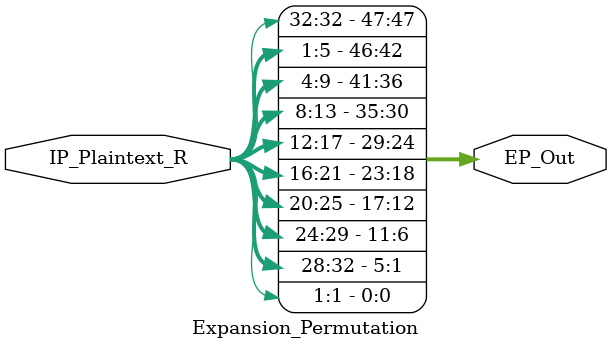
<source format=v>
`timescale 1ns / 1ps
module Expansion_Permutation(
    input [1:32] IP_Plaintext_R,
    output [1:48] EP_Out
    );
    
assign EP_Out[1] = IP_Plaintext_R[32];
assign EP_Out[2] = IP_Plaintext_R[1];
assign EP_Out[3] = IP_Plaintext_R[2];
assign EP_Out[4] = IP_Plaintext_R[3];
assign EP_Out[5] = IP_Plaintext_R[4];
assign EP_Out[6] = IP_Plaintext_R[5];
assign EP_Out[7] = IP_Plaintext_R[4];
assign EP_Out[8] = IP_Plaintext_R[5];
assign EP_Out[9] = IP_Plaintext_R[6];
assign EP_Out[10] = IP_Plaintext_R[7];
assign EP_Out[11] = IP_Plaintext_R[8];
assign EP_Out[12] = IP_Plaintext_R[9];
assign EP_Out[13] = IP_Plaintext_R[8];
assign EP_Out[14] = IP_Plaintext_R[9];
assign EP_Out[15] = IP_Plaintext_R[10];
assign EP_Out[16] = IP_Plaintext_R[11];
assign EP_Out[17] = IP_Plaintext_R[12];
assign EP_Out[18] = IP_Plaintext_R[13];
assign EP_Out[19] = IP_Plaintext_R[12];
assign EP_Out[20] = IP_Plaintext_R[13];
assign EP_Out[21] = IP_Plaintext_R[14];
assign EP_Out[22] = IP_Plaintext_R[15];
assign EP_Out[23] = IP_Plaintext_R[16];
assign EP_Out[24] = IP_Plaintext_R[17];
assign EP_Out[25] = IP_Plaintext_R[16];
assign EP_Out[26] = IP_Plaintext_R[17];
assign EP_Out[27] = IP_Plaintext_R[18];
assign EP_Out[28] = IP_Plaintext_R[19];
assign EP_Out[29] = IP_Plaintext_R[20];
assign EP_Out[30] = IP_Plaintext_R[21];
assign EP_Out[31] = IP_Plaintext_R[20];
assign EP_Out[32] = IP_Plaintext_R[21];
assign EP_Out[33] = IP_Plaintext_R[22];
assign EP_Out[34] = IP_Plaintext_R[23];
assign EP_Out[35] = IP_Plaintext_R[24];
assign EP_Out[36] = IP_Plaintext_R[25];
assign EP_Out[37] = IP_Plaintext_R[24];
assign EP_Out[38] = IP_Plaintext_R[25];
assign EP_Out[39] = IP_Plaintext_R[26];
assign EP_Out[40] = IP_Plaintext_R[27];
assign EP_Out[41] = IP_Plaintext_R[28];
assign EP_Out[42] = IP_Plaintext_R[29];
assign EP_Out[43] = IP_Plaintext_R[28];
assign EP_Out[44] = IP_Plaintext_R[29];
assign EP_Out[45] = IP_Plaintext_R[30];
assign EP_Out[46] = IP_Plaintext_R[31];
assign EP_Out[47] = IP_Plaintext_R[32];
assign EP_Out[48] = IP_Plaintext_R[1];
endmodule

</source>
